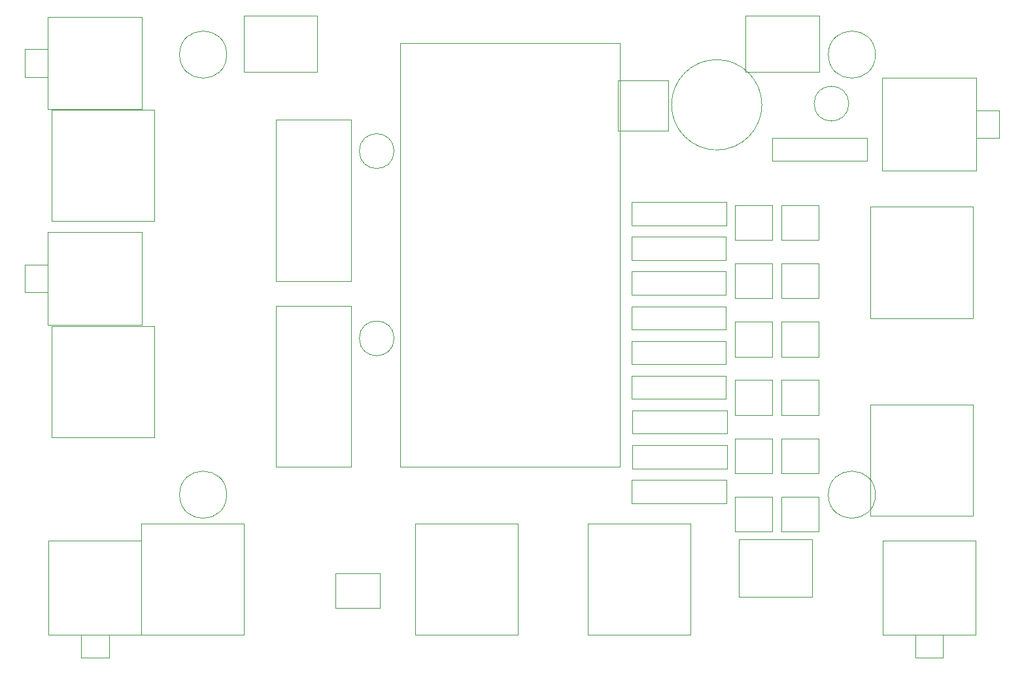
<source format=gbr>
%TF.GenerationSoftware,KiCad,Pcbnew,(6.0.4)*%
%TF.CreationDate,2023-12-09T23:36:49+01:00*%
%TF.ProjectId,Spikeling_V2.2c,5370696b-656c-4696-9e67-5f56322e3263,rev?*%
%TF.SameCoordinates,Original*%
%TF.FileFunction,Other,User*%
%FSLAX46Y46*%
G04 Gerber Fmt 4.6, Leading zero omitted, Abs format (unit mm)*
G04 Created by KiCad (PCBNEW (6.0.4)) date 2023-12-09 23:36:49*
%MOMM*%
%LPD*%
G01*
G04 APERTURE LIST*
%ADD10C,0.050000*%
%ADD11C,0.120000*%
G04 APERTURE END LIST*
D10*
%TO.C,D1*%
X173750000Y-58350000D02*
X173750000Y-64850000D01*
X180250000Y-58350000D02*
X173750000Y-58350000D01*
X173750000Y-64850000D02*
X180250000Y-64850000D01*
X180250000Y-64850000D02*
X180250000Y-58350000D01*
%TO.C,SW2*%
X199800000Y-57240000D02*
X190250000Y-57240000D01*
X190250000Y-49990000D02*
X199800000Y-49990000D01*
X199800000Y-49990000D02*
X199800000Y-57240000D01*
X190250000Y-57240000D02*
X190250000Y-49990000D01*
%TO.C, *%
X123050000Y-55000000D02*
G75*
G03*
X123050000Y-55000000I-3050000J0D01*
G01*
%TO.C,D7*%
X193700000Y-79029000D02*
X193700000Y-74529000D01*
X188850000Y-79029000D02*
X193700000Y-79029000D01*
X188850000Y-74529000D02*
X188850000Y-79029000D01*
X193700000Y-74529000D02*
X188850000Y-74529000D01*
%TO.C,D2*%
X193700000Y-112254000D02*
X188850000Y-112254000D01*
X188850000Y-116754000D02*
X193700000Y-116754000D01*
X188850000Y-112254000D02*
X188850000Y-116754000D01*
X193700000Y-116754000D02*
X193700000Y-112254000D01*
%TO.C,R5*%
X175450000Y-96600000D02*
X175450000Y-99600000D01*
X187710000Y-99600000D02*
X187710000Y-96600000D01*
X175450000Y-99600000D02*
X187710000Y-99600000D01*
X187710000Y-96600000D02*
X175450000Y-96600000D01*
%TO.C,U3*%
X139200000Y-108425000D02*
X139200000Y-87575000D01*
X129400000Y-108425000D02*
X139200000Y-108425000D01*
X139200000Y-87575000D02*
X129400000Y-87575000D01*
X129400000Y-87575000D02*
X129400000Y-108425000D01*
%TO.C,RV6*%
X206350000Y-100350000D02*
X206350000Y-114750000D01*
X219650000Y-114750000D02*
X219650000Y-100350000D01*
X219650000Y-100350000D02*
X206350000Y-100350000D01*
X206350000Y-114750000D02*
X219650000Y-114750000D01*
%TO.C,RV4*%
X169850000Y-115750000D02*
X169850000Y-130150000D01*
X183150000Y-130150000D02*
X183150000Y-115750000D01*
X169850000Y-130150000D02*
X183150000Y-130150000D01*
X183150000Y-115750000D02*
X169850000Y-115750000D01*
%TO.C,J2*%
X96882500Y-57900000D02*
X99882500Y-57900000D01*
X99882500Y-57900000D02*
X99882500Y-54300000D01*
X99882500Y-54300000D02*
X96882500Y-54300000D01*
X96882500Y-54300000D02*
X96882500Y-57900000D01*
D11*
X99882500Y-62100000D02*
X112082500Y-62100000D01*
X112082500Y-62100000D02*
X112082500Y-50100000D01*
X112082500Y-50100000D02*
X99882500Y-50100000D01*
X99882500Y-50100000D02*
X99882500Y-62100000D01*
%TO.C,J1*%
X220100000Y-58000000D02*
X207900000Y-58000000D01*
X207900000Y-58000000D02*
X207900000Y-70000000D01*
X207900000Y-70000000D02*
X220100000Y-70000000D01*
X220100000Y-70000000D02*
X220100000Y-58000000D01*
D10*
X223100000Y-62200000D02*
X220100000Y-62200000D01*
X220100000Y-62200000D02*
X220100000Y-65800000D01*
X220100000Y-65800000D02*
X223100000Y-65800000D01*
X223100000Y-65800000D02*
X223100000Y-62200000D01*
%TO.C,RV1*%
X113650000Y-76550000D02*
X113650000Y-62150000D01*
X100350000Y-76550000D02*
X113650000Y-76550000D01*
X100350000Y-62150000D02*
X100350000Y-76550000D01*
X113650000Y-62150000D02*
X100350000Y-62150000D01*
%TO.C,D4*%
X193700000Y-101664000D02*
X193700000Y-97164000D01*
X188850000Y-101664000D02*
X193700000Y-101664000D01*
X193700000Y-97164000D02*
X188850000Y-97164000D01*
X188850000Y-97164000D02*
X188850000Y-101664000D01*
%TO.C,RV3*%
X125250000Y-115750000D02*
X111950000Y-115750000D01*
X111950000Y-115750000D02*
X111950000Y-130150000D01*
X111950000Y-130150000D02*
X125250000Y-130150000D01*
X125250000Y-130150000D02*
X125250000Y-115750000D01*
%TO.C,R3*%
X175550000Y-104100000D02*
X187810000Y-104100000D01*
X187810000Y-104100000D02*
X187810000Y-101100000D01*
X175550000Y-101100000D02*
X175550000Y-104100000D01*
X187810000Y-101100000D02*
X175550000Y-101100000D01*
%TO.C, *%
X207050000Y-55000000D02*
G75*
G03*
X207050000Y-55000000I-3050000J0D01*
G01*
%TO.C,U2*%
X129400000Y-84300000D02*
X139200000Y-84300000D01*
X139200000Y-63450000D02*
X129400000Y-63450000D01*
X129400000Y-63450000D02*
X129400000Y-84300000D01*
X139200000Y-84300000D02*
X139200000Y-63450000D01*
%TO.C,C2*%
X144722600Y-91750000D02*
G75*
G03*
X144722600Y-91750000I-2250000J0D01*
G01*
D11*
%TO.C,J5*%
X220000000Y-130117500D02*
X208000000Y-130117500D01*
X208000000Y-130117500D02*
X208000000Y-117917500D01*
X208000000Y-117917500D02*
X220000000Y-117917500D01*
X220000000Y-117917500D02*
X220000000Y-130117500D01*
D10*
X215800000Y-133117500D02*
X212200000Y-133117500D01*
X212200000Y-133117500D02*
X212200000Y-130117500D01*
X212200000Y-130117500D02*
X215800000Y-130117500D01*
X215800000Y-130117500D02*
X215800000Y-133117500D01*
%TO.C,SW3*%
X134800000Y-57240000D02*
X125250000Y-57240000D01*
X134800000Y-49990000D02*
X134800000Y-57240000D01*
X125250000Y-49990000D02*
X134800000Y-49990000D01*
X125250000Y-57240000D02*
X125250000Y-49990000D01*
%TO.C,D11*%
X199700000Y-89619000D02*
X194850000Y-89619000D01*
X199700000Y-94119000D02*
X199700000Y-89619000D01*
X194850000Y-89619000D02*
X194850000Y-94119000D01*
X194850000Y-94119000D02*
X199700000Y-94119000D01*
%TO.C,D9*%
X194850000Y-109209000D02*
X199700000Y-109209000D01*
X199700000Y-109209000D02*
X199700000Y-104709000D01*
X199700000Y-104709000D02*
X194850000Y-104709000D01*
X194850000Y-104709000D02*
X194850000Y-109209000D01*
%TO.C,C1*%
X144722600Y-67500000D02*
G75*
G03*
X144722600Y-67500000I-2250000J0D01*
G01*
%TO.C,R9*%
X175450000Y-92100000D02*
X175450000Y-95100000D01*
X187710000Y-92100000D02*
X175450000Y-92100000D01*
X175450000Y-95100000D02*
X187710000Y-95100000D01*
X187710000Y-95100000D02*
X187710000Y-92100000D01*
%TO.C,D13*%
X199700000Y-79029000D02*
X199700000Y-74529000D01*
X194850000Y-79029000D02*
X199700000Y-79029000D01*
X199700000Y-74529000D02*
X194850000Y-74529000D01*
X194850000Y-74529000D02*
X194850000Y-79029000D01*
%TO.C,D12*%
X199700000Y-82074000D02*
X194850000Y-82074000D01*
X194850000Y-86574000D02*
X199700000Y-86574000D01*
X194850000Y-82074000D02*
X194850000Y-86574000D01*
X199700000Y-86574000D02*
X199700000Y-82074000D01*
%TO.C,D10*%
X194850000Y-97164000D02*
X194850000Y-101664000D01*
X199700000Y-101664000D02*
X199700000Y-97164000D01*
X194850000Y-101664000D02*
X199700000Y-101664000D01*
X199700000Y-97164000D02*
X194850000Y-97164000D01*
%TO.C,R1*%
X205930000Y-65800000D02*
X193670000Y-65800000D01*
X205930000Y-68800000D02*
X205930000Y-65800000D01*
X193670000Y-65800000D02*
X193670000Y-68800000D01*
X193670000Y-68800000D02*
X205930000Y-68800000D01*
%TO.C,R10*%
X137150000Y-122150000D02*
X137150000Y-126650000D01*
X142850000Y-126650000D02*
X142850000Y-122150000D01*
X137150000Y-126650000D02*
X142850000Y-126650000D01*
X142850000Y-122150000D02*
X137150000Y-122150000D01*
%TO.C,RV7*%
X206350000Y-89122000D02*
X219650000Y-89122000D01*
X219650000Y-89122000D02*
X219650000Y-74722000D01*
X206350000Y-74722000D02*
X206350000Y-89122000D01*
X219650000Y-74722000D02*
X206350000Y-74722000D01*
%TO.C,RV2*%
X100350000Y-104550000D02*
X113650000Y-104550000D01*
X113650000Y-104550000D02*
X113650000Y-90150000D01*
X100350000Y-90150000D02*
X100350000Y-104550000D01*
X113650000Y-90150000D02*
X100350000Y-90150000D01*
D11*
%TO.C,J3*%
X99882500Y-90000000D02*
X112082500Y-90000000D01*
X112082500Y-90000000D02*
X112082500Y-78000000D01*
X112082500Y-78000000D02*
X99882500Y-78000000D01*
X99882500Y-78000000D02*
X99882500Y-90000000D01*
D10*
X96882500Y-85800000D02*
X99882500Y-85800000D01*
X99882500Y-85800000D02*
X99882500Y-82200000D01*
X99882500Y-82200000D02*
X96882500Y-82200000D01*
X96882500Y-82200000D02*
X96882500Y-85800000D01*
%TO.C,D3*%
X188850000Y-109209000D02*
X193700000Y-109209000D01*
X193700000Y-104709000D02*
X188850000Y-104709000D01*
X193700000Y-109209000D02*
X193700000Y-104709000D01*
X188850000Y-104709000D02*
X188850000Y-109209000D01*
%TO.C, *%
X207050000Y-112000000D02*
G75*
G03*
X207050000Y-112000000I-3050000J0D01*
G01*
%TO.C,D5*%
X188850000Y-94119000D02*
X193700000Y-94119000D01*
X193700000Y-89619000D02*
X188850000Y-89619000D01*
X193700000Y-94119000D02*
X193700000Y-89619000D01*
X188850000Y-89619000D02*
X188850000Y-94119000D01*
D11*
%TO.C,J4*%
X112000000Y-130117500D02*
X100000000Y-130117500D01*
X100000000Y-130117500D02*
X100000000Y-117917500D01*
X100000000Y-117917500D02*
X112000000Y-117917500D01*
X112000000Y-117917500D02*
X112000000Y-130117500D01*
D10*
X107800000Y-133117500D02*
X104200000Y-133117500D01*
X104200000Y-133117500D02*
X104200000Y-130117500D01*
X104200000Y-130117500D02*
X107800000Y-130117500D01*
X107800000Y-130117500D02*
X107800000Y-133117500D01*
%TO.C,R8*%
X175450000Y-90600000D02*
X187710000Y-90600000D01*
X187710000Y-90600000D02*
X187710000Y-87600000D01*
X175450000Y-87600000D02*
X175450000Y-90600000D01*
X187710000Y-87600000D02*
X175450000Y-87600000D01*
%TO.C,R2*%
X175550000Y-105600000D02*
X175550000Y-108600000D01*
X187810000Y-105600000D02*
X175550000Y-105600000D01*
X187810000Y-108600000D02*
X187810000Y-105600000D01*
X175550000Y-108600000D02*
X187810000Y-108600000D01*
%TO.C,RV5*%
X147469000Y-130150000D02*
X160769000Y-130150000D01*
X147469000Y-115750000D02*
X147469000Y-130150000D01*
X160769000Y-115750000D02*
X147469000Y-115750000D01*
X160769000Y-130150000D02*
X160769000Y-115750000D01*
%TO.C,C3*%
X203600000Y-61350000D02*
G75*
G03*
X203600000Y-61350000I-2250000J0D01*
G01*
%TO.C,R7*%
X187710000Y-83100000D02*
X175450000Y-83100000D01*
X175450000Y-86100000D02*
X187710000Y-86100000D01*
X187710000Y-86100000D02*
X187710000Y-83100000D01*
X175450000Y-83100000D02*
X175450000Y-86100000D01*
%TO.C,R4*%
X175470000Y-74100000D02*
X175470000Y-77100000D01*
X187730000Y-77100000D02*
X187730000Y-74100000D01*
X175470000Y-77100000D02*
X187730000Y-77100000D01*
X187730000Y-74100000D02*
X175470000Y-74100000D01*
%TO.C,BZ1*%
X192350000Y-61500000D02*
G75*
G03*
X192350000Y-61500000I-5850000J0D01*
G01*
%TO.C, *%
X123050000Y-112000000D02*
G75*
G03*
X123050000Y-112000000I-3050000J0D01*
G01*
%TO.C,R11*%
X175520000Y-110100000D02*
X175520000Y-113100000D01*
X187780000Y-110100000D02*
X175520000Y-110100000D01*
X175520000Y-113100000D02*
X187780000Y-113100000D01*
X187780000Y-113100000D02*
X187780000Y-110100000D01*
%TO.C,R6*%
X187710000Y-81600000D02*
X187710000Y-78600000D01*
X175450000Y-81600000D02*
X187710000Y-81600000D01*
X187710000Y-78600000D02*
X175450000Y-78600000D01*
X175450000Y-78600000D02*
X175450000Y-81600000D01*
%TO.C,SW1*%
X189360000Y-125000000D02*
X189360000Y-125250000D01*
X189610000Y-117750000D02*
X198610000Y-117750000D01*
X189360000Y-117750000D02*
X189610000Y-117750000D01*
X198860000Y-117750000D02*
X198860000Y-118000000D01*
X198860000Y-125250000D02*
X198860000Y-125000000D01*
X198610000Y-117750000D02*
X198860000Y-117750000D01*
X189360000Y-118000000D02*
X189360000Y-117750000D01*
X189360000Y-125000000D02*
X189360000Y-118000000D01*
X198610000Y-125250000D02*
X189610000Y-125250000D01*
X198860000Y-118000000D02*
X198860000Y-125000000D01*
X198610000Y-125250000D02*
X198860000Y-125250000D01*
X189360000Y-125250000D02*
X189610000Y-125250000D01*
%TO.C,U1*%
X173950000Y-108400000D02*
X145550000Y-108400000D01*
X145550000Y-53500000D02*
X173950000Y-53500000D01*
X145550000Y-108400000D02*
X145550000Y-53500000D01*
X173950000Y-53500000D02*
X173950000Y-108400000D01*
%TO.C,D8*%
X199700000Y-112254000D02*
X194850000Y-112254000D01*
X199700000Y-116754000D02*
X199700000Y-112254000D01*
X194850000Y-112254000D02*
X194850000Y-116754000D01*
X194850000Y-116754000D02*
X199700000Y-116754000D01*
%TO.C,D6*%
X193700000Y-86574000D02*
X193700000Y-82074000D01*
X193700000Y-82074000D02*
X188850000Y-82074000D01*
X188850000Y-86574000D02*
X193700000Y-86574000D01*
X188850000Y-82074000D02*
X188850000Y-86574000D01*
%TD*%
M02*

</source>
